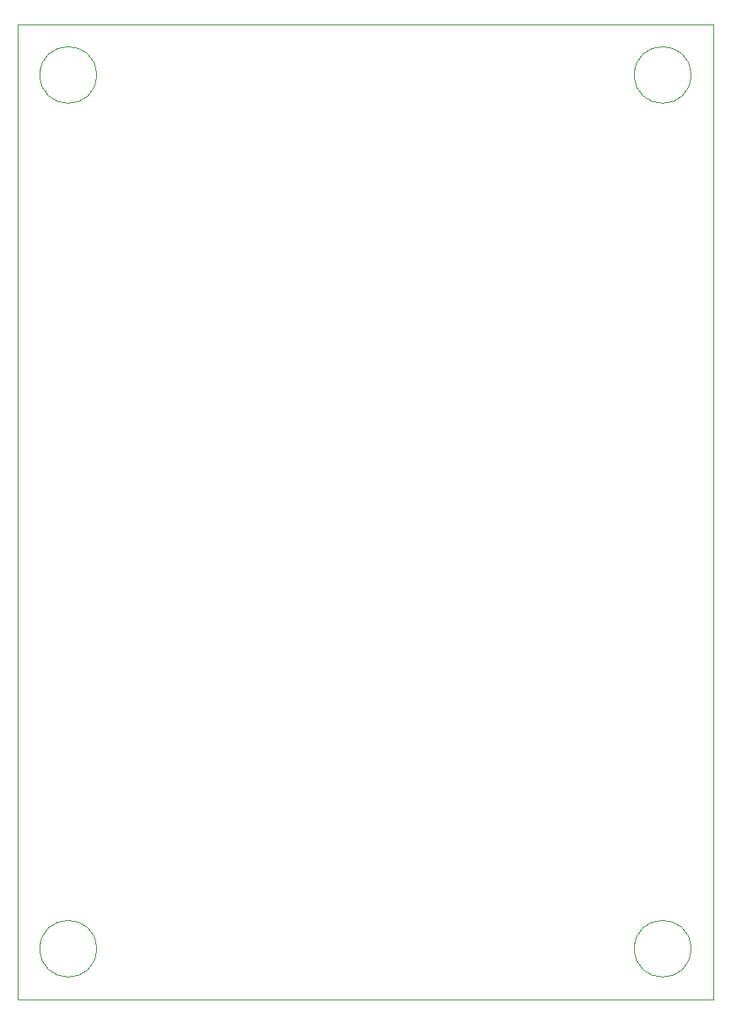
<source format=gm1>
%TF.GenerationSoftware,KiCad,Pcbnew,(5.1.12)-1*%
%TF.CreationDate,2021-11-21T15:36:10-08:00*%
%TF.ProjectId,VCF,5643462e-6b69-4636-9164-5f7063625858,rev?*%
%TF.SameCoordinates,Original*%
%TF.FileFunction,Profile,NP*%
%FSLAX46Y46*%
G04 Gerber Fmt 4.6, Leading zero omitted, Abs format (unit mm)*
G04 Created by KiCad (PCBNEW (5.1.12)-1) date 2021-11-21 15:36:10*
%MOMM*%
%LPD*%
G01*
G04 APERTURE LIST*
%TA.AperFunction,Profile*%
%ADD10C,0.050000*%
%TD*%
G04 APERTURE END LIST*
D10*
X125730000Y-129540000D02*
X55880000Y-129540000D01*
X55880000Y-31750000D02*
X125730000Y-31750000D01*
X63799806Y-36830000D02*
G75*
G03*
X63799806Y-36830000I-2839806J0D01*
G01*
X63799806Y-124460000D02*
G75*
G03*
X63799806Y-124460000I-2839806J0D01*
G01*
X123489806Y-36830000D02*
G75*
G03*
X123489806Y-36830000I-2839806J0D01*
G01*
X123489806Y-124460000D02*
G75*
G03*
X123489806Y-124460000I-2839806J0D01*
G01*
X55880000Y-129540000D02*
X55880000Y-31750000D01*
X125730000Y-31750000D02*
X125730000Y-129540000D01*
M02*

</source>
